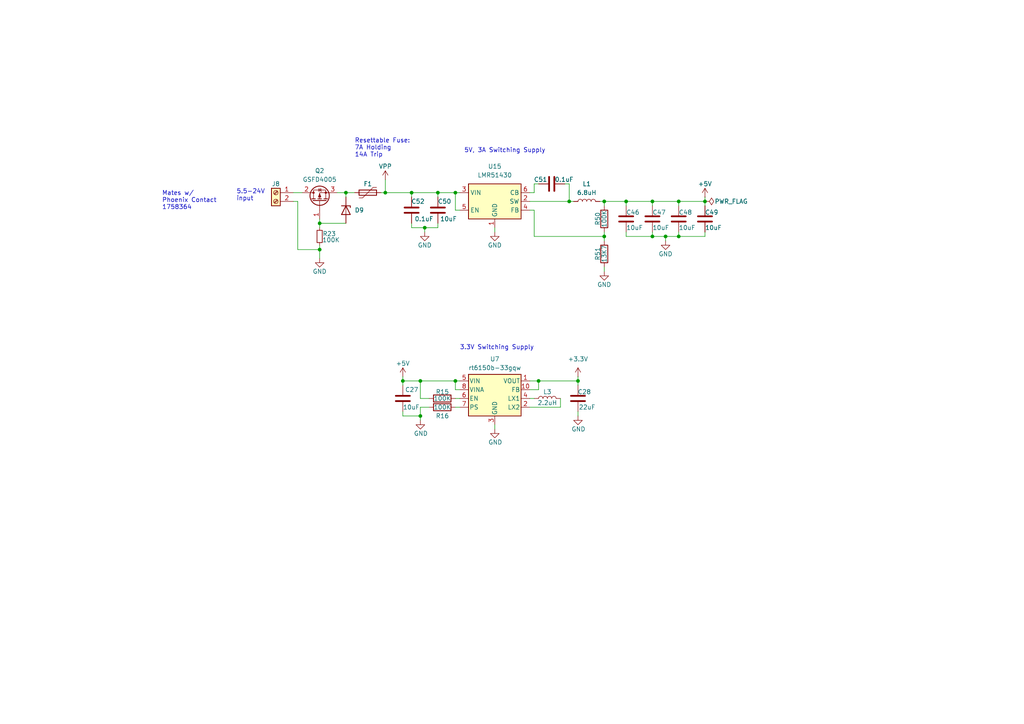
<source format=kicad_sch>
(kicad_sch (version 20231120) (generator "eeschema") (generator_version "8.0")
  (paper "A4")
  (title_block (title "harp.device.valve-controller") (date "2023-09-01") (rev "0.1") (company "The Allen Institute"))
  (lib_symbols
    (symbol "+5V_2" (power) (pin_numbers hide) (pin_names (offset 0) hide)
      (property "Value" "+5V" (at 0 3.556 0))
      (symbol "+5V_2_0_1"
        (polyline (pts (xy -0.762 1.27) (xy 0 2.54)))
        (polyline (pts (xy 0 0) (xy 0 2.54)))
        (polyline (pts (xy 0 2.54) (xy 0.762 1.27)))
      )
      (symbol "+5V_2_1_1"
        (pin power_in line (at 0 0 90) (length 0) (name "~") (number "1"))
      )
    )
    (symbol "Connector:Screw_Terminal_01x02" (pin_names (offset 1.016) hide)
      (property "Reference" "J" (at 0 2.54 0))
      (property "Value" "Screw_Terminal_01x02" (at 0 -5.08 0))
      (symbol "Screw_Terminal_01x02_1_1"
        (rectangle (start -1.27 1.27) (end 1.27 -3.81) (stroke (width 0.254)) (fill (type background)))
        (circle (center 0 -2.54) (radius 0.635) (stroke (width 0.1524)))
        (polyline (pts (xy -0.5334 -2.2098) (xy 0.3302 -3.048)) (stroke (width 0.1524)))
        (polyline (pts (xy -0.5334 0.3302) (xy 0.3302 -0.508)) (stroke (width 0.1524)))
        (polyline (pts (xy -0.3556 -2.032) (xy 0.508 -2.8702)) (stroke (width 0.1524)))
        (polyline (pts (xy -0.3556 0.508) (xy 0.508 -0.3302)) (stroke (width 0.1524)))
        (circle (center 0 0) (radius 0.635) (stroke (width 0.1524)))
        (pin passive line (at -5.08 0 0) (length 3.81) (name "Pin_1") (number "1"))
        (pin passive line (at -5.08 -2.54 0) (length 3.81) (name "Pin_2") (number "2"))
      )
    )
    (symbol "Device:C" (pin_numbers hide) (pin_names (offset 0.254))
      (property "Reference" "C" (at 0.635 2.54 0))
      (property "Value" "C" (at 0.635 -2.54 0))
      (symbol "C_0_1"
        (polyline (pts (xy -2.032 -0.762) (xy 2.032 -0.762)) (stroke (width 0.508)))
        (polyline (pts (xy -2.032 0.762) (xy 2.032 0.762)) (stroke (width 0.508)))
      )
      (symbol "C_1_1"
        (pin passive line (at 0 3.81 270) (length 2.794) (name "~") (number "1"))
        (pin passive line (at 0 -3.81 90) (length 2.794) (name "~") (number "2"))
      )
    )
    (symbol "Device:L" (pin_numbers hide) (pin_names (offset 1.016) hide)
      (property "Reference" "L" (at -1.27 0 90))
      (property "Value" "L" (at 1.905 0 90))
      (symbol "L_0_1"
        (arc (start 0 -2.54) (mid 0.6323 -1.905) (end 0 -1.27))
        (arc (start 0 -1.27) (mid 0.6323 -0.635) (end 0 0))
        (arc (start 0 0) (mid 0.6323 0.635) (end 0 1.27))
        (arc (start 0 1.27) (mid 0.6323 1.905) (end 0 2.54))
      )
      (symbol "L_1_1"
        (pin passive line (at 0 3.81 270) (length 1.27) (name "1") (number "1"))
        (pin passive line (at 0 -3.81 90) (length 1.27) (name "2") (number "2"))
      )
    )
    (symbol "Device:Polyfuse" (pin_numbers hide) (pin_names (offset 0))
      (property "Reference" "F" (at -2.54 0 90))
      (property "Value" "Polyfuse" (at 2.54 0 90))
      (symbol "Polyfuse_0_1"
        (rectangle (start -0.762 2.54) (end 0.762 -2.54) (stroke (width 0.254)))
        (polyline (pts (xy 0 2.54) (xy 0 -2.54)))
        (polyline (pts (xy -1.524 2.54) (xy -1.524 1.524) (xy 1.524 -1.524) (xy 1.524 -2.54)))
      )
      (symbol "Polyfuse_1_1"
        (pin passive line (at 0 3.81 270) (length 1.27) (name "~") (number "1"))
        (pin passive line (at 0 -3.81 90) (length 1.27) (name "~") (number "2"))
      )
    )
    (symbol "Device:R" (pin_numbers hide) (pin_names (offset 0))
      (property "Reference" "R" (at 2.032 0 90))
      (property "Value" "R" (at 0 0 90))
      (symbol "R_0_1"
        (rectangle (start -1.016 -2.54) (end 1.016 2.54) (stroke (width 0.254)))
      )
      (symbol "R_1_1"
        (pin passive line (at 0 3.81 270) (length 1.27) (name "~") (number "1"))
        (pin passive line (at 0 -3.81 90) (length 1.27) (name "~") (number "2"))
      )
    )
    (symbol "Device:R_Small" (pin_numbers hide) (pin_names (offset 0.254) hide)
      (property "Reference" "R" (at 0.762 0.508 0))
      (property "Value" "R_Small" (at 0.762 -1.016 0))
      (symbol "R_Small_0_1"
        (rectangle (start -0.762 1.778) (end 0.762 -1.778) (stroke (width 0.2032)))
      )
      (symbol "R_Small_1_1"
        (pin passive line (at 0 2.54 270) (length 0.762) (name "~") (number "1"))
        (pin passive line (at 0 -2.54 90) (length 0.762) (name "~") (number "2"))
      )
    )
    (symbol "Diode:BZV55B15" (pin_numbers hide) (pin_names hide)
      (property "Reference" "D" (at 0 2.54 0))
      (property "Value" "BZV55B15" (at 0 -2.54 0))
      (symbol "BZV55B15_0_1"
        (polyline (pts (xy 1.27 0) (xy -1.27 0)))
        (polyline (pts (xy -1.27 -1.27) (xy -1.27 1.27) (xy -0.762 1.27)) (stroke (width 0.254)))
        (polyline (pts (xy 1.27 -1.27) (xy 1.27 1.27) (xy -1.27 0) (xy 1.27 -1.27)) (stroke (width 0.254)))
      )
      (symbol "BZV55B15_1_1"
        (pin passive line (at -3.81 0 0) (length 2.54) (name "K") (number "1"))
        (pin passive line (at 3.81 0 180) (length 2.54) (name "A") (number "2"))
      )
    )
    (symbol "Regulator_Switching:LMR51430"
      (property "Reference" "U" (at -7.62 6.35 0))
      (property "Value" "LMR51430" (at 0 6.35 0))
      (symbol "LMR51430_0_1"
        (rectangle (start -7.62 5.08) (end 7.62 -5.08) (stroke (width 0.254)) (fill (type background)))
      )
      (symbol "LMR51430_1_1"
        (pin power_in line (at 0 -7.62 90) (length 2.54) (name "GND") (number "1"))
        (pin power_out line (at 10.16 0 180) (length 2.54) (name "SW") (number "2"))
        (pin power_in line (at -10.16 2.54 0) (length 2.54) (name "VIN") (number "3"))
        (pin input line (at 10.16 -2.54 180) (length 2.54) (name "FB") (number "4"))
        (pin input line (at -10.16 -2.54 0) (length 2.54) (name "EN") (number "5"))
        (pin passive line (at 10.16 2.54 180) (length 2.54) (name "CB") (number "6"))
      )
    )
    (symbol "Transistor_FET:SUD45P03-09" (pin_names hide)
      (property "Reference" "Q" (at 4.953 1.905 0))
      (property "Value" "SUD45P03-09" (at 4.953 0 0))
      (symbol "SUD45P03-09_0_1"
        (polyline (pts (xy 0.254 0) (xy -2.54 0)))
        (polyline (pts (xy 0.254 1.905) (xy 0.254 -1.905)) (stroke (width 0.254)))
        (polyline (pts (xy 0.762 -1.27) (xy 0.762 -2.286)) (stroke (width 0.254)))
        (polyline (pts (xy 0.762 0.508) (xy 0.762 -0.508)) (stroke (width 0.254)))
        (polyline (pts (xy 0.762 2.286) (xy 0.762 1.27)) (stroke (width 0.254)))
        (polyline (pts (xy 2.54 2.54) (xy 2.54 1.778)))
        (polyline (pts (xy 2.54 -2.54) (xy 2.54 0) (xy 0.762 0)))
        (polyline (pts (xy 0.762 1.778) (xy 3.302 1.778) (xy 3.302 -1.778) (xy 0.762 -1.778)))
        (polyline (pts (xy 2.286 0) (xy 1.27 0.381) (xy 1.27 -0.381) (xy 2.286 0)) (fill (type outline)))
        (polyline (pts (xy 2.794 -0.508) (xy 2.921 -0.381) (xy 3.683 -0.381) (xy 3.81 -0.254)))
        (polyline (pts (xy 3.302 -0.381) (xy 2.921 0.254) (xy 3.683 0.254) (xy 3.302 -0.381)))
        (circle (center 1.651 0) (radius 2.794) (stroke (width 0.254)))
        (circle (center 2.54 -1.778) (radius 0.254) (fill (type outline)))
        (circle (center 2.54 1.778) (radius 0.254) (fill (type outline)))
      )
      (symbol "SUD45P03-09_1_1"
        (pin input line (at -5.08 0 0) (length 2.54) (name "G") (number "1"))
        (pin passive line (at 2.54 5.08 270) (length 2.54) (name "D") (number "2"))
        (pin passive line (at 2.54 -5.08 90) (length 2.54) (name "S") (number "3"))
      )
    )
    (symbol "kicad_component_library:rt6150b-33gqw" (pin_names (offset 0.254))
      (property "Reference" "U" (at -6.35 5.715 0))
      (property "Value" "rt6150b-33gqw" (at 0 5.715 0))
      (symbol "rt6150b-33gqw_0_1"
        (rectangle (start -7.62 4.445) (end 7.62 -7.62) (stroke (width 0.254)) (fill (type background)))
      )
      (symbol "rt6150b-33gqw_1_1"
        (pin power_out line (at 10.16 2.54 180) (length 2.54) (name "VOUT") (number "1"))
        (pin input line (at 10.16 0 180) (length 2.54) (name "FB") (number "10"))
        (pin power_in line (at 0 -10.16 90) (length 2.54) hide (name "GND") (number "11"))
        (pin input line (at 10.16 -5.08 180) (length 2.54) (name "LX2") (number "2"))
        (pin power_in line (at 0 -10.16 90) (length 2.54) (name "GND") (number "3"))
        (pin input line (at 10.16 -2.54 180) (length 2.54) (name "LX1") (number "4"))
        (pin power_in line (at -10.16 2.54 0) (length 2.54) (name "VIN") (number "5"))
        (pin input line (at -10.16 -2.54 0) (length 2.54) (name "EN") (number "6"))
        (pin input line (at -10.16 -5.08 0) (length 2.54) (name "PS") (number "7"))
        (pin power_in line (at -10.16 0 0) (length 2.54) (name "VINA") (number "8"))
        (pin power_in line (at 0 -10.16 90) (length 2.54) hide (name "GND") (number "9"))
      )
    )
    (symbol "power:+3.3V" (power) (pin_numbers hide) (pin_names (offset 0) hide)
      (property "Value" "+3.3V" (at 0 3.556 0))
      (symbol "+3.3V_0_1"
        (polyline (pts (xy -0.762 1.27) (xy 0 2.54)))
        (polyline (pts (xy 0 0) (xy 0 2.54)))
        (polyline (pts (xy 0 2.54) (xy 0.762 1.27)))
      )
      (symbol "+3.3V_1_1"
        (pin power_in line (at 0 0 90) (length 0) (name "~") (number "1"))
      )
    )
    (symbol "power:GND" (power) (pin_names (offset 0))
      (property "Value" "GND" (at 0 -3.81 0))
      (symbol "GND_0_1"
        (polyline (pts (xy 0 0) (xy 0 -1.27) (xy 1.27 -1.27) (xy 0 -2.54) (xy -1.27 -1.27) (xy 0 -1.27)))
      )
      (symbol "GND_1_1"
        (pin power_in line (at 0 0 270) (length 0) hide (name "GND") (number "1"))
      )
    )
    (symbol "power:PWR_FLAG" (power) (pin_numbers hide) (pin_names (offset 0) hide)
      (property "Value" "PWR_FLAG" (at 0 3.81 0))
      (symbol "PWR_FLAG_0_0"
        (pin power_out line (at 0 0 90) (length 0) (name "pwr") (number "1"))
      )
      (symbol "PWR_FLAG_0_1"
        (polyline (pts (xy 0 0) (xy 0 1.27) (xy -1.016 1.905) (xy 0 2.54) (xy 1.016 1.905) (xy 0 1.27)))
      )
    )
    (symbol "power:VPP" (power) (pin_numbers hide) (pin_names (offset 0) hide)
      (property "Value" "VPP" (at 0 3.556 0))
      (symbol "VPP_0_1"
        (polyline (pts (xy -0.762 1.27) (xy 0 2.54)))
        (polyline (pts (xy 0 0) (xy 0 2.54)))
        (polyline (pts (xy 0 2.54) (xy 0.762 1.27)))
      )
      (symbol "VPP_1_1"
        (pin power_in line (at 0 0 90) (length 0) (name "~") (number "1"))
      )
    )
  )
  (junction (at 193.04 68.58))
  (junction (at 175.26 68.58))
  (junction (at 132.08 55.88))
  (junction (at 156.21 110.49))
  (junction (at 175.26 58.42))
  (junction (at 189.23 58.42))
  (junction (at 204.47 58.42))
  (junction (at 165.1 58.42))
  (junction (at 181.61 58.42))
  (junction (at 92.71 64.77))
  (junction (at 92.71 72.39))
  (junction (at 189.23 68.58))
  (junction (at 196.85 68.58))
  (junction (at 167.64 110.49))
  (junction (at 121.92 120.65))
  (junction (at 196.85 58.42))
  (junction (at 121.92 110.49))
  (junction (at 116.84 110.49))
  (junction (at 100.33 55.88))
  (junction (at 132.08 110.49))
  (junction (at 123.19 66.04))
  (junction (at 127 55.88))
  (junction (at 119.38 55.88))
  (junction (at 111.76 55.88))
  (wire (pts (xy 85.09 55.88) (xy 87.63 55.88)))
  (wire (pts (xy 123.19 66.04) (xy 127 66.04)))
  (wire (pts (xy 85.09 58.42) (xy 86.36 58.42)))
  (wire (pts (xy 133.35 113.03) (xy 132.08 113.03)))
  (wire (pts (xy 119.38 66.04) (xy 123.19 66.04)))
  (wire (pts (xy 132.08 110.49) (xy 121.92 110.49)))
  (wire (pts (xy 111.76 52.07) (xy 111.76 55.88)))
  (wire (pts (xy 86.36 72.39) (xy 92.71 72.39)))
  (wire (pts (xy 156.21 113.03) (xy 156.21 110.49)))
  (wire (pts (xy 204.47 68.58) (xy 196.85 68.58)))
  (wire (pts (xy 92.71 66.04) (xy 92.71 64.77)))
  (wire (pts (xy 100.33 55.88) (xy 100.33 57.15)))
  (wire (pts (xy 204.47 57.15) (xy 204.47 58.42)))
  (wire (pts (xy 110.49 55.88) (xy 111.76 55.88)))
  (wire (pts (xy 127 66.04) (xy 127 64.77)))
  (wire (pts (xy 165.1 53.34) (xy 163.83 53.34)))
  (wire (pts (xy 153.67 58.42) (xy 165.1 58.42)))
  (wire (pts (xy 167.64 119.38) (xy 167.64 120.65)))
  (wire (pts (xy 156.21 110.49) (xy 153.67 110.49)))
  (wire (pts (xy 121.92 120.65) (xy 121.92 121.92)))
  (wire (pts (xy 132.08 113.03) (xy 132.08 110.49)))
  (wire (pts (xy 162.56 115.57) (xy 162.56 118.11)))
  (wire (pts (xy 132.08 55.88) (xy 133.35 55.88)))
  (wire (pts (xy 92.71 74.93) (xy 92.71 72.39)))
  (wire (pts (xy 116.84 109.22) (xy 116.84 110.49)))
  (wire (pts (xy 166.37 58.42) (xy 165.1 58.42)))
  (wire (pts (xy 181.61 68.58) (xy 181.61 67.31)))
  (wire (pts (xy 86.36 58.42) (xy 86.36 72.39)))
  (wire (pts (xy 196.85 58.42) (xy 204.47 58.42)))
  (wire (pts (xy 189.23 58.42) (xy 196.85 58.42)))
  (wire (pts (xy 173.99 58.42) (xy 175.26 58.42)))
  (wire (pts (xy 92.71 71.12) (xy 92.71 72.39)))
  (wire (pts (xy 132.08 118.11) (xy 133.35 118.11)))
  (wire (pts (xy 111.76 55.88) (xy 119.38 55.88)))
  (wire (pts (xy 121.92 115.57) (xy 121.92 110.49)))
  (wire (pts (xy 204.47 58.42) (xy 204.47 59.69)))
  (wire (pts (xy 167.64 110.49) (xy 167.64 111.76)))
  (wire (pts (xy 119.38 55.88) (xy 119.38 57.15)))
  (wire (pts (xy 154.94 68.58) (xy 175.26 68.58)))
  (wire (pts (xy 196.85 68.58) (xy 193.04 68.58)))
  (wire (pts (xy 181.61 58.42) (xy 181.61 59.69)))
  (wire (pts (xy 127 55.88) (xy 127 57.15)))
  (wire (pts (xy 116.84 110.49) (xy 121.92 110.49)))
  (wire (pts (xy 167.64 109.22) (xy 167.64 110.49)))
  (wire (pts (xy 153.67 115.57) (xy 154.94 115.57)))
  (wire (pts (xy 92.71 64.77) (xy 100.33 64.77)))
  (wire (pts (xy 154.94 55.88) (xy 154.94 53.34)))
  (wire (pts (xy 143.51 123.19) (xy 143.51 124.46)))
  (wire (pts (xy 116.84 120.65) (xy 121.92 120.65)))
  (wire (pts (xy 175.26 58.42) (xy 181.61 58.42)))
  (wire (pts (xy 175.26 68.58) (xy 175.26 69.85)))
  (wire (pts (xy 119.38 55.88) (xy 127 55.88)))
  (wire (pts (xy 97.79 55.88) (xy 100.33 55.88)))
  (wire (pts (xy 124.46 118.11) (xy 121.92 118.11)))
  (wire (pts (xy 189.23 68.58) (xy 181.61 68.58)))
  (wire (pts (xy 193.04 68.58) (xy 193.04 69.85)))
  (wire (pts (xy 204.47 67.31) (xy 204.47 68.58)))
  (wire (pts (xy 116.84 111.76) (xy 116.84 110.49)))
  (wire (pts (xy 153.67 118.11) (xy 162.56 118.11)))
  (wire (pts (xy 175.26 77.47) (xy 175.26 78.74)))
  (wire (pts (xy 181.61 58.42) (xy 189.23 58.42)))
  (wire (pts (xy 92.71 63.5) (xy 92.71 64.77)))
  (wire (pts (xy 133.35 110.49) (xy 132.08 110.49)))
  (wire (pts (xy 154.94 53.34) (xy 156.21 53.34)))
  (wire (pts (xy 123.19 66.04) (xy 123.19 67.31)))
  (wire (pts (xy 116.84 120.65) (xy 116.84 119.38)))
  (wire (pts (xy 132.08 115.57) (xy 133.35 115.57)))
  (wire (pts (xy 127 55.88) (xy 132.08 55.88)))
  (wire (pts (xy 153.67 113.03) (xy 156.21 113.03)))
  (wire (pts (xy 119.38 64.77) (xy 119.38 66.04)))
  (wire (pts (xy 132.08 60.96) (xy 132.08 55.88)))
  (wire (pts (xy 156.21 110.49) (xy 167.64 110.49)))
  (wire (pts (xy 124.46 115.57) (xy 121.92 115.57)))
  (wire (pts (xy 154.94 60.96) (xy 154.94 68.58)))
  (wire (pts (xy 196.85 58.42) (xy 196.85 59.69)))
  (wire (pts (xy 175.26 68.58) (xy 175.26 67.31)))
  (wire (pts (xy 143.51 66.04) (xy 143.51 67.31)))
  (wire (pts (xy 196.85 67.31) (xy 196.85 68.58)))
  (wire (pts (xy 121.92 118.11) (xy 121.92 120.65)))
  (wire (pts (xy 165.1 58.42) (xy 165.1 53.34)))
  (wire (pts (xy 133.35 60.96) (xy 132.08 60.96)))
  (wire (pts (xy 175.26 58.42) (xy 175.26 59.69)))
  (wire (pts (xy 189.23 58.42) (xy 189.23 59.69)))
  (wire (pts (xy 189.23 67.31) (xy 189.23 68.58)))
  (wire (pts (xy 100.33 55.88) (xy 102.87 55.88)))
  (wire (pts (xy 193.04 68.58) (xy 189.23 68.58)))
  (wire (pts (xy 153.67 55.88) (xy 154.94 55.88)))
  (wire (pts (xy 153.67 60.96) (xy 154.94 60.96)))
  (text "5.5-24V \ninput" (at 68.58 58.42 0) (effects (font (size 1.27 1.27)) (justify left bottom)))
  (text "3.3V Switching Supply" (at 133.35 101.6 0) (effects (font (size 1.27 1.27)) (justify left bottom)))
  (text "Mates w/\nPhoenix Contact\n1758364" (at 46.99 60.96 0) (effects (font (size 1.27 1.27)) (justify left bottom)))
  (text "5V, 3A Switching Supply" (at 134.62 44.45 0) (effects (font (size 1.27 1.27)) (justify left bottom)))
  (text "Resettable Fuse:\n7A Holding\n14A Trip" (at 102.87 45.72 0) (effects (font (size 1.27 1.27)) (justify left bottom)))
  (symbol (lib_id "Device:C") (at 116.84 115.57 0) (unit 1)
    (property "Reference" "C27" (at 117.475 113.03 0) (effects (justify left)))
    (property "Value" "10uF" (at 116.84 118.11 0) (effects (justify left)))
    (property "Footprint" "Capacitor_SMD:C_0805_2012Metric" (effects (hide yes)))
    (property "Datasheet" "https://search.murata.co.jp/Ceramy/image/img/A01X/G101/ENG/GRM21BZ71E106KE15-01.pdf" (effects (hide yes)))
    (property "Link" "https://www.digikey.com/en/products/detail/murata-electronics/GRM21BZ71E106KE15L/13904911" (effects (hide yes)))
    (property "Manufacturer Number" "GRM21BZ71E106KE15L" (effects (hide yes)))
    (property "Rated Voltage" "25V" (effects (hide yes)))
    (property "Temperature Coefficient" "X7R" (effects (hide yes)))
    (property "Manufacturer" "Murata Electronics" (effects (hide yes)))
  )
  (symbol (lib_id "power:VPP") (at 111.76 52.07 0) (unit 1)
    (property "Reference" "#PWR061" (effects (hide yes)))
    (property "Value" "VPP" (at 111.76 48.26 0))
    (property "Description" "Power symbol creates a global label with name \"VPP\"" (effects (hide yes)))
  )
  (symbol (lib_id "power:PWR_FLAG") (at 204.47 58.42 270) (unit 1)
    (property "Reference" "#FLG04" (effects (hide yes)))
    (property "Value" "PWR_FLAG" (at 212.09 58.42 90))
  )
  (symbol (lib_id "Device:R") (at 128.27 118.11 270) (unit 1)
    (property "Reference" "R16" (at 126.365 120.65 90) (effects (justify left)))
    (property "Value" "100K" (at 125.73 118.11 90) (effects (justify left)))
    (property "Footprint" "Resistor_SMD:R_0402_1005Metric" (effects (hide yes)))
    (property "Datasheet" "https://www.yageo.com/upload/media/product/products/datasheet/rchip/PYu-RC_Group_51_RoHS_L_12.pdf" (effects (hide yes)))
    (property "Link" "https://www.digikey.com/en/products/detail/yageo/RC0402FR-07100KL/726526" (effects (hide yes)))
    (property "Manufacturer" "Yageo" (effects (hide yes)))
    (property "Manufacturer Number" "RC0402FR-07100KL" (effects (hide yes)))
    (property "Tolerance" "1%" (effects (hide yes)))
  )
  (symbol (lib_id "power:GND") (at 123.19 67.31 0) (unit 1)
    (property "Reference" "#PWR0161" (effects (hide yes)))
    (property "Value" "GND" (at 123.19 71.12 0))
  )
  (symbol (lib_id "Device:C") (at 119.38 60.96 180) (unit 1)
    (property "Reference" "C52" (at 123.19 58.42 0) (effects (justify left)))
    (property "Value" "0.1uF" (at 125.73 63.5 0) (effects (justify left)))
    (property "Footprint" "Capacitor_SMD:C_0603_1608Metric" (effects (hide yes)))
    (property "Datasheet" "https://product.tdk.com/system/files/dam/doc/product/capacitor/ceramic/mlcc/catalog/mlcc_automotive_general_en.pdf" (effects (hide yes)))
    (property "Manufacturer Number" "CGA3E2X7R1H104K080AA" (effects (hide yes)))
    (property "Manufacturer" "TDK Corporation" (effects (hide yes)))
    (property "Link" "https://www.digikey.com/en/products/detail/tdk-corporation/CGA3E2X7R1H104K080AA/2443144" (effects (hide yes)))
  )
  (symbol (lib_id "Device:L") (at 158.75 115.57 90) (unit 1)
    (property "Reference" "L3" (at 158.75 113.665 90))
    (property "Value" "2.2uH" (at 158.75 116.84 90))
    (property "Footprint" "Inductor_SMD:L_0603_1608Metric" (effects (hide yes)))
    (property "Datasheet" "https://abracon.com/Magnetics/inductors/AISC-0603F.pdf" (effects (hide yes)))
    (property "Description" "Inductor" (effects (hide yes)))
    (property "Link" "https://www.digikey.com/en/products/detail/abracon-llc/AISC-0603F-2R2J-T/4696666" (effects (hide yes)))
    (property "Manufacturer Number" "AISC-0603F-2R2J-T" (effects (hide yes)))
    (property "Manufacturer" "Abracon LLC" (effects (hide yes)))
    (property "DC Resistance" "1.5Ohm" (effects (hide yes)))
  )
  (symbol (lib_id "Device:C") (at 160.02 53.34 90) (unit 1)
    (property "Reference" "C51" (at 158.75 52.07 90) (effects (justify left)))
    (property "Value" "0.1uF" (at 166.37 52.07 90) (effects (justify left)))
    (property "Footprint" "Capacitor_SMD:C_0603_1608Metric" (effects (hide yes)))
    (property "Datasheet" "https://product.tdk.com/system/files/dam/doc/product/capacitor/ceramic/mlcc/catalog/mlcc_automotive_general_en.pdf" (effects (hide yes)))
    (property "Manufacturer Number" "CGA3E2X7R1H104K080AA" (effects (hide yes)))
    (property "Manufacturer" "TDK Corporation" (effects (hide yes)))
    (property "Link" "https://www.digikey.com/en/products/detail/tdk-corporation/CGA3E2X7R1H104K080AA/2443144" (effects (hide yes)))
  )
  (symbol (lib_id "Device:C") (at 167.64 115.57 180) (unit 1)
    (property "Reference" "C28" (at 171.45 113.665 0) (effects (justify left)))
    (property "Value" "22uF" (at 172.72 118.11 0) (effects (justify left)))
    (property "Footprint" "Capacitor_SMD:C_0805_2012Metric" (effects (hide yes)))
    (property "Datasheet" "https://mm.digikey.com/Volume0/opasdata/d220001/medias/docus/43/CL21A226KPCLRNC_Spec.pdf" (effects (hide yes)))
    (property "Link" "https://www.digikey.com/en/products/detail/samsung-electro-mechanics/CL21A226KPCLRNC/5961270" (effects (hide yes)))
    (property "Manufacturer" "Samsung Electro-Mechanics" (effects (hide yes)))
    (property "Manufacturer Number" "CL21A226KPCLRNC" (effects (hide yes)))
    (property "Rated Voltage" "10V" (effects (hide yes)))
    (property "Temperature Coefficient" "X5R" (effects (hide yes)))
  )
  (symbol (lib_id "Device:Polyfuse") (at 106.68 55.88 90) (unit 1)
    (property "Reference" "F1" (at 106.68 53.34 90))
    (property "Value" "Polyfuse" (effects (hide yes)))
    (property "Footprint" "Fuse:Fuse_2920_7451Metric" (effects (hide yes)))
    (property "Datasheet" "https://www.littelfuse.com/assetdocs/low-rho-datasheet-update?assetguid=b786faf0-de16-4763-9d22-6b8080943caf" (effects (hide yes)))
    (property "Description" "Resettable fuse, 24V max, 7A holding, 14A trip" (effects (hide yes)))
    (property "Manufacturer Number" "2920L700/24SLER" (effects (hide yes)))
    (property "Link" "https://www.digikey.com/en/products/detail/littelfuse-inc/2920L700-24SLER/12807015" (effects (hide yes)))
  )
  (symbol (lib_id "power:GND") (at 193.04 69.85 0) (unit 1)
    (property "Reference" "#PWR0162" (effects (hide yes)))
    (property "Value" "GND" (at 193.04 73.66 0))
  )
  (symbol (lib_id "Device:C") (at 189.23 63.5 0) (unit 1)
    (property "Reference" "C47" (at 189.23 61.595 0) (effects (justify left)))
    (property "Value" "10uF" (at 189.23 66.04 0) (effects (justify left)))
    (property "Footprint" "Capacitor_SMD:C_0805_2012Metric" (effects (hide yes)))
    (property "Datasheet" "https://calchip.com/wp-content/uploads/2023/09/GMC-Series-2.pdf" (effects (hide yes)))
    (property "Manufacturer Number" "GMC21X7R106K25NT" (effects (hide yes)))
    (property "Manufacturer" "Cal-Chip Electronics, Inc." (effects (hide yes)))
    (property "Link" "https://www.digikey.com/en/products/detail/cal-chip-electronics-inc/GMC21X7R106K25NT/22639515" (effects (hide yes)))
  )
  (symbol (lib_id "power:+3.3V") (at 167.64 109.22 0) (unit 1)
    (property "Reference" "#PWR048" (effects (hide yes)))
    (property "Value" "+3.3V" (at 167.64 104.14 0))
    (property "Description" "Power symbol creates a global label with name \"+3.3V\"" (effects (hide yes)))
  )
  (symbol (lib_id "power:GND") (at 143.51 124.46 0) (unit 1)
    (property "Reference" "#PWR047" (effects (hide yes)))
    (property "Value" "GND" (at 141.605 128.27 0) (effects (justify left)))
  )
  (symbol (lib_id "Device:R") (at 175.26 63.5 0) (unit 1)
    (property "Reference" "R50" (at 173.355 65.405 90) (effects (justify left)))
    (property "Value" "100K" (at 175.26 66.04 90) (effects (justify left)))
    (property "Footprint" "Resistor_SMD:R_0402_1005Metric" (effects (hide yes)))
    (property "Datasheet" "https://www.yageo.com/upload/media/product/products/datasheet/rchip/PYu-RC_Group_51_RoHS_L_12.pdf" (effects (hide yes)))
    (property "Link" "https://www.digikey.com/en/products/detail/yageo/RC0402FR-07100KL/726526" (effects (hide yes)))
    (property "Manufacturer" "Yageo" (effects (hide yes)))
    (property "Manufacturer Number" "RC0402FR-07100KL" (effects (hide yes)))
    (property "Tolerance" "1%" (effects (hide yes)))
  )
  (symbol (lib_id "Regulator_Switching:LMR51430") (at 143.51 58.42 0) (unit 1)
    (property "Reference" "U15" (at 143.51 48.26 0))
    (property "Value" "LMR51430" (at 143.51 50.8 0))
    (property "Footprint" "Package_TO_SOT_SMD:SOT-23-6" (effects (hide yes)))
    (property "Datasheet" "https://www.ti.com/lit/ds/symlink/lmr51430.pdf" (effects (hide yes)))
    (property "Description" "4.5-V to 36-V, 3-A synchronous buck converter with 40-µA IQ, SOT-23-6" (effects (hide yes)))
  )
  (symbol (lib_id "Device:L") (at 170.18 58.42 90) (unit 1)
    (property "Reference" "L1" (at 170.18 53.34 90))
    (property "Value" "6.8uH" (at 170.18 55.88 90))
    (property "Footprint" "Inductor_SMD:L_Bourns_SRR1260" (effects (hide yes)))
    (property "Datasheet" "https://bourns.com/docs/Product-Datasheets/SRR1240.pdf" (effects (hide yes)))
    (property "Description" "Inductor" (effects (hide yes)))
    (property "Manufacturer Number" "SRR1240-6R8M" (effects (hide yes)))
    (property "Link" "https://www.digikey.com/en/products/detail/bourns-inc/SRR1240-6R8M/1969939" (effects (hide yes)))
    (property "Manufacturer" "Bourns Inc." (effects (hide yes)))
  )
  (symbol (lib_id "power:GND") (at 143.51 67.31 0) (unit 1)
    (property "Reference" "#PWR0160" (effects (hide yes)))
    (property "Value" "GND" (at 143.51 71.12 0))
  )
  (symbol (lib_id "Device:R") (at 128.27 115.57 270) (unit 1)
    (property "Reference" "R15" (at 126.365 113.665 90) (effects (justify left)))
    (property "Value" "100K" (at 125.73 115.57 90) (effects (justify left)))
    (property "Footprint" "Resistor_SMD:R_0402_1005Metric" (effects (hide yes)))
    (property "Datasheet" "https://www.yageo.com/upload/media/product/products/datasheet/rchip/PYu-RC_Group_51_RoHS_L_12.pdf" (effects (hide yes)))
    (property "Link" "https://www.digikey.com/en/products/detail/yageo/RC0402FR-07100KL/726526" (effects (hide yes)))
    (property "Manufacturer" "Yageo" (effects (hide yes)))
    (property "Manufacturer Number" "RC0402FR-07100KL" (effects (hide yes)))
    (property "Tolerance" "1%" (effects (hide yes)))
  )
  (symbol (lib_id "kicad_component_library:rt6150b-33gqw") (at 143.51 113.03 0) (unit 1)
    (property "Reference" "U7" (at 143.51 104.14 0))
    (property "Value" "rt6150b-33gqw" (at 143.51 106.68 0))
    (property "Footprint" "kicad_component_library:WDFN-10-1EP_2.5x2.5mm_P0.5_EP1.25x2.1mm" (effects (hide yes)))
    (property "Datasheet" "file:///home/poofjunior/Downloads/DS6150AB-06.pdf" (effects (hide yes)))
    (property "Description" "Buck Boost Switching adjustable voltage regulator" (effects (hide yes)))
    (property "Manufacturer" "Richtek USA Inc." (effects (hide yes)))
    (property "Manufacturer Number" "RT6150B-33GQW" (effects (hide yes)))
    (property "Link" "https://www.digikey.com/en/products/detail/richtek-usa-inc/RT6150B-33GQW/6676709" (effects (hide yes)))
  )
  (symbol (lib_name "+5V_2") (lib_id "power:+5V") (at 116.84 109.22 0) (unit 1)
    (property "Reference" "#PWR045" (effects (hide yes)))
    (property "Value" "+5V" (at 116.84 105.41 0))
    (property "Description" "Power symbol creates a global label with name \"+5V\"" (effects (hide yes)))
  )
  (symbol (lib_id "Transistor_FET:SUD45P03-09") (at 92.71 58.42 90) (unit 1)
    (property "Reference" "Q2" (at 92.71 49.53 90))
    (property "Value" "GSFD4005" (at 92.71 52.07 90))
    (property "Footprint" "Package_TO_SOT_SMD:TO-252-2" (effects (hide yes)))
    (property "Datasheet" "https://goodarksemi.com/docs/datasheets/mosfets/GSFD4005.pdf" (effects (hide yes)))
    (property "Description" "P-Channel Mosfet, -88A" (effects (hide yes)))
    (property "Link" "https://www.digikey.com/en/products/detail/good-ark-semiconductor/GSFD4005/22168140" (effects (hide yes)))
    (property "Manufacturer Number" "GSFD4005" (effects (hide yes)))
  )
  (symbol (lib_id "Device:R_Small") (at 92.71 68.58 0) (mirror y) (unit 1)
    (property "Reference" "R23" (at 95.504 67.818 0))
    (property "Value" "100K" (at 96.012 69.596 0))
    (property "Footprint" "Resistor_SMD:R_0603_1608Metric" (effects (hide yes)))
    (property "LCSC" "C14675" (effects (hide yes)))
    (property "MFG" "RC0603FR-07100KL" (effects (hide yes)))
  )
  (symbol (lib_id "Device:C") (at 204.47 63.5 0) (unit 1)
    (property "Reference" "C49" (at 204.47 61.595 0) (effects (justify left)))
    (property "Value" "10uF" (at 204.47 66.04 0) (effects (justify left)))
    (property "Footprint" "Capacitor_SMD:C_0805_2012Metric" (effects (hide yes)))
    (property "Datasheet" "https://calchip.com/wp-content/uploads/2023/09/GMC-Series-2.pdf" (effects (hide yes)))
    (property "Manufacturer Number" "GMC21X7R106K25NT" (effects (hide yes)))
    (property "Manufacturer" "Cal-Chip Electronics, Inc." (effects (hide yes)))
    (property "Link" "https://www.digikey.com/en/products/detail/cal-chip-electronics-inc/GMC21X7R106K25NT/22639515" (effects (hide yes)))
  )
  (symbol (lib_id "Device:C") (at 181.61 63.5 0) (unit 1)
    (property "Reference" "C46" (at 181.61 61.595 0) (effects (justify left)))
    (property "Value" "10uF" (at 181.61 66.04 0) (effects (justify left)))
    (property "Footprint" "Capacitor_SMD:C_0805_2012Metric" (effects (hide yes)))
    (property "Datasheet" "https://calchip.com/wp-content/uploads/2023/09/GMC-Series-2.pdf" (effects (hide yes)))
    (property "Manufacturer Number" "GMC21X7R106K25NT" (effects (hide yes)))
    (property "Manufacturer" "Cal-Chip Electronics, Inc." (effects (hide yes)))
    (property "Link" "https://www.digikey.com/en/products/detail/cal-chip-electronics-inc/GMC21X7R106K25NT/22639515" (effects (hide yes)))
  )
  (symbol (lib_id "power:GND") (at 167.64 120.65 0) (unit 1)
    (property "Reference" "#PWR049" (effects (hide yes)))
    (property "Value" "GND" (at 165.735 124.46 0) (effects (justify left)))
  )
  (symbol (lib_id "Connector:Screw_Terminal_01x02") (at 80.01 55.88 0) (mirror y) (unit 1)
    (property "Reference" "J8" (at 80.01 53.34 0))
    (property "Value" "Screw_Terminal_01x02" (effects (hide yes)))
    (property "Footprint" "Connector_Phoenix_MSTB:PhoenixContact_MSTBA_2,5_2-G-5,08_1x02_P5.08mm_Horizontal" (effects (hide yes)))
    (property "Datasheet" "https://www.phoenixcontact.com/en-us/products/pcb-header-mstba-25-2-g-508-1757242?type=pdf" (effects (hide yes)))
    (property "Description" "Generic screw terminal, single row, 01x02, script generated (kicad-library-utils/schlib/autogen/connector/)" (effects (hide yes)))
    (property "Manufacturer" "Phoenix Contact" (effects (hide yes)))
    (property "Manufacturer Number" "1757242" (effects (hide yes)))
    (property "Link" "https://www.digikey.com/en/products/detail/phoenix-contact/1757242/260474" (effects (hide yes)))
    (property "Notes" "mates with Phoenix Contact 1758364" (effects (hide yes)))
  )
  (symbol (lib_id "Device:R") (at 175.26 73.66 0) (unit 1)
    (property "Reference" "R51" (at 173.355 75.565 90) (effects (justify left)))
    (property "Value" "13K7" (at 175.26 76.2 90) (effects (justify left)))
    (property "Footprint" "Resistor_SMD:R_0402_1005Metric" (effects (hide yes)))
    (property "Datasheet" "https://www.yageo.com/upload/media/product/products/datasheet/rchip/PYu-RC_Group_51_RoHS_L_12.pdf" (effects (hide yes)))
    (property "Link" "https://www.digikey.com/en/products/detail/yageo/RC0402FR-0713K7L/2827638" (effects (hide yes)))
    (property "Manufacturer" "Yageo" (effects (hide yes)))
    (property "Manufacturer Number" "RC0402FR-0713K7L" (effects (hide yes)))
    (property "Tolerance" "1%" (effects (hide yes)))
  )
  (symbol (lib_id "power:GND") (at 121.92 121.92 0) (unit 1)
    (property "Reference" "#PWR046" (effects (hide yes)))
    (property "Value" "GND" (at 120.015 125.73 0) (effects (justify left)))
  )
  (symbol (lib_id "Diode:BZV55B15") (at 100.33 60.96 270) (unit 1)
    (property "Reference" "D9" (at 102.87 60.96 90) (effects (justify left)))
    (property "Value" "BZV55B15" (effects (hide yes)))
    (property "Footprint" "Diode_SMD:D_MiniMELF" (effects (hide yes)))
    (property "Datasheet" "https://assets.nexperia.com/documents/data-sheet/BZV55_SER.pdf" (effects (hide yes)))
    (property "Description" "15V, 500mW, 2%, Zener diode, MiniMELF" (effects (hide yes)))
  )
  (symbol (lib_id "Device:C") (at 196.85 63.5 0) (unit 1)
    (property "Reference" "C48" (at 196.85 61.595 0) (effects (justify left)))
    (property "Value" "10uF" (at 196.85 66.04 0) (effects (justify left)))
    (property "Footprint" "Capacitor_SMD:C_0805_2012Metric" (effects (hide yes)))
    (property "Datasheet" "https://calchip.com/wp-content/uploads/2023/09/GMC-Series-2.pdf" (effects (hide yes)))
    (property "Manufacturer Number" "GMC21X7R106K25NT" (effects (hide yes)))
    (property "Manufacturer" "Cal-Chip Electronics, Inc." (effects (hide yes)))
    (property "Link" "https://www.digikey.com/en/products/detail/cal-chip-electronics-inc/GMC21X7R106K25NT/22639515" (effects (hide yes)))
  )
  (symbol (lib_id "Device:C") (at 127 60.96 0) (unit 1)
    (property "Reference" "C50" (at 127 58.42 0) (effects (justify left)))
    (property "Value" "10uF" (at 127.635 63.5 0) (effects (justify left)))
    (property "Footprint" "Capacitor_SMD:C_0805_2012Metric" (effects (hide yes)))
    (property "Datasheet" "https://calchip.com/wp-content/uploads/2023/09/GMC-Series-2.pdf" (effects (hide yes)))
    (property "Manufacturer Number" "GMC21X7R106K25NT" (effects (hide yes)))
    (property "Manufacturer" "Cal-Chip Electronics, Inc." (effects (hide yes)))
    (property "Link" "https://www.digikey.com/en/products/detail/cal-chip-electronics-inc/GMC21X7R106K25NT/22639515" (effects (hide yes)))
  )
  (symbol (lib_name "+5V_2") (lib_id "power:+5V") (at 204.47 57.15 0) (unit 1)
    (property "Reference" "#PWR0164" (effects (hide yes)))
    (property "Value" "+5V" (at 204.47 53.34 0))
    (property "Description" "Power symbol creates a global label with name \"+5V\"" (effects (hide yes)))
  )
  (symbol (lib_id "power:GND") (at 92.71 74.93 0) (unit 1)
    (property "Reference" "#PWR066" (effects (hide yes)))
    (property "Value" "GND" (at 92.71 78.74 0))
  )
  (symbol (lib_id "power:GND") (at 175.26 78.74 0) (unit 1)
    (property "Reference" "#PWR0163" (effects (hide yes)))
    (property "Value" "GND" (at 175.26 82.55 0))
  )
)
</source>
